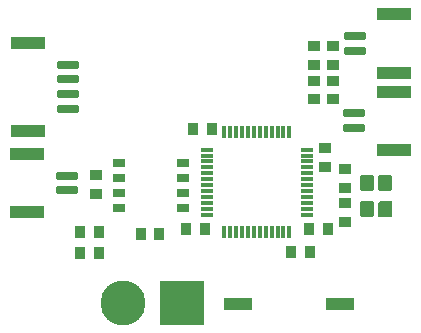
<source format=gbr>
%TF.GenerationSoftware,KiCad,Pcbnew,(6.0.1)*%
%TF.CreationDate,2022-11-26T20:31:09+08:00*%
%TF.ProjectId,IMU_base_V7,494d555f-6261-4736-955f-56372e6b6963,rev?*%
%TF.SameCoordinates,Original*%
%TF.FileFunction,Soldermask,Top*%
%TF.FilePolarity,Negative*%
%FSLAX46Y46*%
G04 Gerber Fmt 4.6, Leading zero omitted, Abs format (unit mm)*
G04 Created by KiCad (PCBNEW (6.0.1)) date 2022-11-26 20:31:09*
%MOMM*%
%LPD*%
G01*
G04 APERTURE LIST*
G04 Aperture macros list*
%AMRoundRect*
0 Rectangle with rounded corners*
0 $1 Rounding radius*
0 $2 $3 $4 $5 $6 $7 $8 $9 X,Y pos of 4 corners*
0 Add a 4 corners polygon primitive as box body*
4,1,4,$2,$3,$4,$5,$6,$7,$8,$9,$2,$3,0*
0 Add four circle primitives for the rounded corners*
1,1,$1+$1,$2,$3*
1,1,$1+$1,$4,$5*
1,1,$1+$1,$6,$7*
1,1,$1+$1,$8,$9*
0 Add four rect primitives between the rounded corners*
20,1,$1+$1,$2,$3,$4,$5,0*
20,1,$1+$1,$4,$5,$6,$7,0*
20,1,$1+$1,$6,$7,$8,$9,0*
20,1,$1+$1,$8,$9,$2,$3,0*%
%AMFreePoly0*
4,1,35,0.475355,0.560355,0.685355,0.350355,0.700000,0.315000,0.700000,-0.472500,0.699039,-0.482254,0.695043,-0.502345,0.687577,-0.520370,0.676196,-0.537402,0.662402,-0.551196,0.645370,-0.562577,0.627345,-0.570043,0.607254,-0.574039,0.597500,-0.575000,-0.597500,-0.575000,-0.607254,-0.574039,-0.627345,-0.570043,-0.645370,-0.562577,-0.662402,-0.551196,-0.676196,-0.537402,-0.687577,-0.520370,
-0.695043,-0.502345,-0.699039,-0.482254,-0.700000,-0.472500,-0.700000,0.472500,-0.699039,0.482254,-0.695043,0.502345,-0.687577,0.520370,-0.676196,0.537402,-0.662402,0.551196,-0.645370,0.562577,-0.627345,0.570043,-0.607254,0.574039,-0.597500,0.575000,0.440000,0.575000,0.475355,0.560355,0.475355,0.560355,$1*%
G04 Aperture macros list end*
%ADD10RoundRect,0.090000X-0.460000X-0.360000X0.460000X-0.360000X0.460000X0.360000X-0.460000X0.360000X0*%
%ADD11RoundRect,0.080000X0.470000X0.270000X-0.470000X0.270000X-0.470000X-0.270000X0.470000X-0.270000X0*%
%ADD12RoundRect,0.090000X0.360000X-0.460000X0.360000X0.460000X-0.360000X0.460000X-0.360000X-0.460000X0*%
%ADD13RoundRect,0.090000X0.460000X0.360000X-0.460000X0.360000X-0.460000X-0.360000X0.460000X-0.360000X0*%
%ADD14RoundRect,0.080000X0.820000X0.270000X-0.820000X0.270000X-0.820000X-0.270000X0.820000X-0.270000X0*%
%ADD15RoundRect,0.100000X1.350000X0.450000X-1.350000X0.450000X-1.350000X-0.450000X1.350000X-0.450000X0*%
%ADD16R,3.800000X3.800000*%
%ADD17C,3.800000*%
%ADD18RoundRect,0.090000X-0.360000X0.460000X-0.360000X-0.460000X0.360000X-0.460000X0.360000X0.460000X0*%
%ADD19RoundRect,0.065000X0.410000X0.135000X-0.410000X0.135000X-0.410000X-0.135000X0.410000X-0.135000X0*%
%ADD20RoundRect,0.065000X-0.135000X0.410000X-0.135000X-0.410000X0.135000X-0.410000X0.135000X0.410000X0*%
%ADD21FreePoly0,90.000000*%
%ADD22RoundRect,0.102500X0.472500X-0.597500X0.472500X0.597500X-0.472500X0.597500X-0.472500X-0.597500X0*%
%ADD23R,2.440000X1.120000*%
%ADD24RoundRect,0.080000X-0.820000X-0.270000X0.820000X-0.270000X0.820000X0.270000X-0.820000X0.270000X0*%
%ADD25RoundRect,0.100000X-1.350000X-0.450000X1.350000X-0.450000X1.350000X0.450000X-1.350000X0.450000X0*%
G04 APERTURE END LIST*
D10*
%TO.C,LED1*%
X201400000Y-63000000D03*
X201400000Y-64600000D03*
%TD*%
D11*
%TO.C,U4*%
X183300000Y-76705000D03*
X183300000Y-75435000D03*
X183300000Y-74165000D03*
X183300000Y-72895000D03*
X188700000Y-72895000D03*
X188700000Y-74165000D03*
X188700000Y-75435000D03*
X188700000Y-76705000D03*
%TD*%
D12*
%TO.C,C14*%
X186700000Y-78900000D03*
X185100000Y-78900000D03*
%TD*%
D13*
%TO.C,C4*%
X200750000Y-73200000D03*
X200750000Y-71600000D03*
%TD*%
D12*
%TO.C,C2*%
X199350000Y-78500000D03*
X200950000Y-78500000D03*
%TD*%
D14*
%TO.C,J1*%
X178928000Y-68300000D03*
X178928000Y-67050000D03*
X178928000Y-65800000D03*
X178928000Y-64550000D03*
D15*
X175578000Y-62700000D03*
X175578000Y-70150000D03*
%TD*%
%TO.C,J6*%
X175500000Y-77050000D03*
X175500000Y-72100000D03*
D14*
X178850000Y-73950000D03*
X178850000Y-75200000D03*
%TD*%
D10*
%TO.C,LED2*%
X199800000Y-63000000D03*
X199800000Y-64600000D03*
%TD*%
D16*
%TO.C,VCC*%
X188650000Y-84700000D03*
D17*
X183650000Y-84700000D03*
%TD*%
D10*
%TO.C,R7*%
X199800000Y-65900000D03*
X199800000Y-67500000D03*
%TD*%
D18*
%TO.C,C5*%
X191150000Y-70000000D03*
X189550000Y-70000000D03*
%TD*%
%TO.C,C6*%
X190550000Y-78500000D03*
X188950000Y-78500000D03*
%TD*%
D19*
%TO.C,U2*%
X199200000Y-77250000D03*
X199200000Y-76750000D03*
X199200000Y-76250000D03*
X199200000Y-75750000D03*
X199200000Y-75250000D03*
X199200000Y-74750000D03*
X199200000Y-74250000D03*
X199200000Y-73750000D03*
X199200000Y-73250000D03*
X199200000Y-72750000D03*
X199200000Y-72250000D03*
X199200000Y-71750000D03*
D20*
X197700000Y-70250000D03*
X197200000Y-70250000D03*
X196700000Y-70250000D03*
X196200000Y-70250000D03*
X195700000Y-70250000D03*
X195200000Y-70250000D03*
X194700000Y-70250000D03*
X194200000Y-70250000D03*
X193700000Y-70250000D03*
X193200000Y-70250000D03*
X192700000Y-70250000D03*
X192200000Y-70250000D03*
D19*
X190700000Y-71750000D03*
X190700000Y-72250000D03*
X190700000Y-72750000D03*
X190700000Y-73250000D03*
X190700000Y-73750000D03*
X190700000Y-74250000D03*
X190700000Y-74750000D03*
X190700000Y-75250000D03*
X190700000Y-75750000D03*
X190700000Y-76250000D03*
X190700000Y-76750000D03*
X190700000Y-77250000D03*
D20*
X192200000Y-78750000D03*
X192700000Y-78750000D03*
X193200000Y-78750000D03*
X193700000Y-78750000D03*
X194200000Y-78750000D03*
X194700000Y-78750000D03*
X195200000Y-78750000D03*
X195700000Y-78750000D03*
X196200000Y-78750000D03*
X196700000Y-78750000D03*
X197200000Y-78750000D03*
X197700000Y-78750000D03*
%TD*%
D21*
%TO.C,X1*%
X205800000Y-76800000D03*
D22*
X205800000Y-74600000D03*
X204250000Y-74600000D03*
X204250000Y-76800000D03*
%TD*%
D23*
%TO.C,SW1*%
X201955000Y-84800000D03*
X193345000Y-84800000D03*
%TD*%
D18*
%TO.C,3V3*%
X181550000Y-80500000D03*
X179950000Y-80500000D03*
%TD*%
D24*
%TO.C,J3*%
X203250000Y-62150000D03*
X203250000Y-63400000D03*
D25*
X206600000Y-65250000D03*
X206600000Y-60300000D03*
%TD*%
D12*
%TO.C,R2*%
X179950000Y-78700000D03*
X181550000Y-78700000D03*
%TD*%
D10*
%TO.C,R6*%
X201400000Y-65900000D03*
X201400000Y-67500000D03*
%TD*%
D12*
%TO.C,C1*%
X197850000Y-80400000D03*
X199450000Y-80400000D03*
%TD*%
D13*
%TO.C,C15*%
X202450000Y-77900000D03*
X202450000Y-76300000D03*
%TD*%
D24*
%TO.C,J4*%
X203200000Y-68675000D03*
X203200000Y-69925000D03*
D25*
X206550000Y-66825000D03*
X206550000Y-71775000D03*
%TD*%
D10*
%TO.C,120*%
X181300000Y-73900000D03*
X181300000Y-75500000D03*
%TD*%
%TO.C,C16*%
X202450000Y-73400000D03*
X202450000Y-75000000D03*
%TD*%
M02*

</source>
